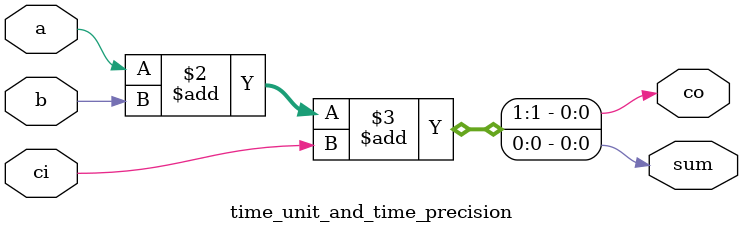
<source format=sv>
module time_unit_and_time_precision (
    input logic a, b, ci,
    output logic sum, co
);

    always @(a, b, ci) begin
        {co, sum} = a + b + ci;
    end
    
endmodule
</source>
